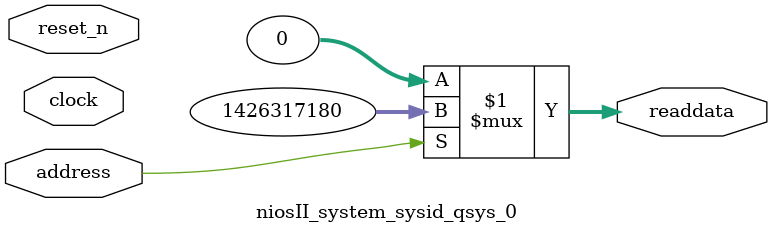
<source format=v>

`timescale 1ns / 1ps
// synthesis translate_on

// turn off superfluous verilog processor warnings 
// altera message_level Level1 
// altera message_off 10034 10035 10036 10037 10230 10240 10030 

module niosII_system_sysid_qsys_0 (
               // inputs:
                address,
                clock,
                reset_n,

               // outputs:
                readdata
             )
;

  output  [ 31: 0] readdata;
  input            address;
  input            clock;
  input            reset_n;

  wire    [ 31: 0] readdata;
  //control_slave, which is an e_avalon_slave
  assign readdata = address ? 1426317180 : 0;

endmodule




</source>
